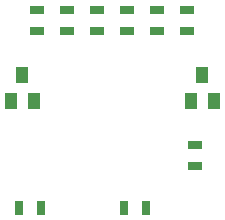
<source format=gbr>
G04 EAGLE Gerber X2 export*
%TF.Part,Single*%
%TF.FileFunction,Paste,Top*%
%TF.FilePolarity,Positive*%
%TF.GenerationSoftware,Autodesk,EAGLE,9.1.3*%
%TF.CreationDate,2018-08-31T23:25:58Z*%
G75*
%MOMM*%
%FSLAX34Y34*%
%LPD*%
%AMOC8*
5,1,8,0,0,1.08239X$1,22.5*%
G01*
%ADD10R,1.000000X1.400000*%
%ADD11R,1.200000X0.800000*%
%ADD12R,0.800000X1.200000*%


D10*
X177800Y195150D03*
X187300Y173150D03*
X168300Y173150D03*
X25400Y195150D03*
X34900Y173150D03*
X15900Y173150D03*
D11*
X88900Y232300D03*
X88900Y250300D03*
X63500Y232300D03*
X63500Y250300D03*
X38100Y232300D03*
X38100Y250300D03*
X171450Y118000D03*
X171450Y136000D03*
X165100Y232300D03*
X165100Y250300D03*
X139700Y232300D03*
X139700Y250300D03*
D12*
X40750Y82550D03*
X22750Y82550D03*
D11*
X114300Y232300D03*
X114300Y250300D03*
D12*
X129650Y82550D03*
X111650Y82550D03*
M02*

</source>
